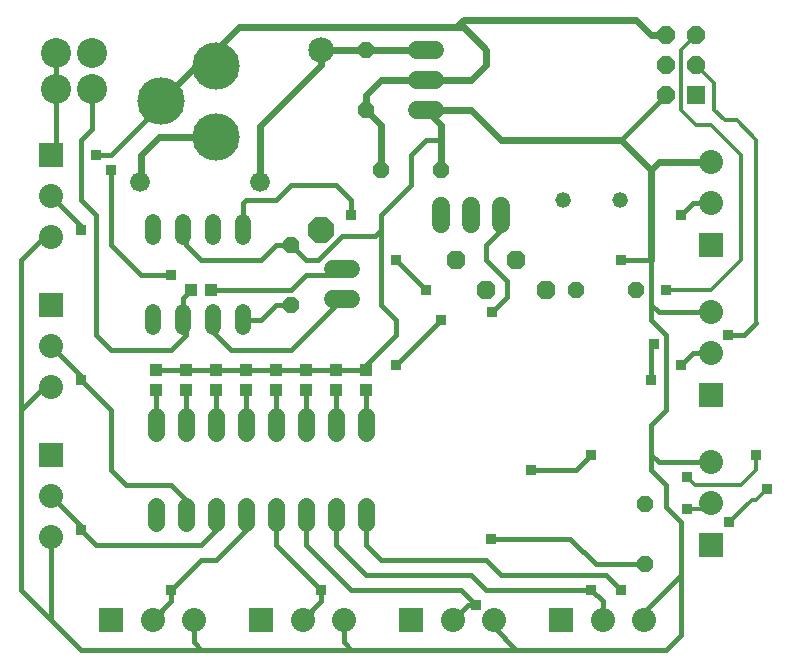
<source format=gbl>
G75*
G70*
%OFA0B0*%
%FSLAX24Y24*%
%IPPOS*%
%LPD*%
%AMOC8*
5,1,8,0,0,1.08239X$1,22.5*
%
%ADD10C,0.0520*%
%ADD11OC8,0.0630*%
%ADD12C,0.0660*%
%ADD13C,0.0520*%
%ADD14C,0.1000*%
%ADD15C,0.0600*%
%ADD16R,0.0600X0.0600*%
%ADD17OC8,0.0600*%
%ADD18C,0.0850*%
%ADD19OC8,0.0850*%
%ADD20OC8,0.0520*%
%ADD21R,0.0800X0.0800*%
%ADD22C,0.0800*%
%ADD23R,0.0433X0.0394*%
%ADD24C,0.0582*%
%ADD25R,0.0394X0.0433*%
%ADD26C,0.1580*%
%ADD27C,0.0160*%
%ADD28C,0.0240*%
%ADD29R,0.0360X0.0360*%
%ADD30C,0.0120*%
D10*
X019893Y016843D03*
X021793Y016843D03*
D11*
X019343Y013843D03*
X018343Y014843D03*
X017343Y013843D03*
X016343Y014843D03*
D12*
X009793Y017443D03*
X005793Y017443D03*
D13*
X006243Y016103D02*
X006243Y015583D01*
X007243Y015583D02*
X007243Y016103D01*
X008243Y016103D02*
X008243Y015583D01*
X009243Y015583D02*
X009243Y016103D01*
X009243Y013103D02*
X009243Y012583D01*
X008243Y012583D02*
X008243Y013103D01*
X007243Y013103D02*
X007243Y012583D01*
X006243Y012583D02*
X006243Y013103D01*
D14*
X004193Y020549D03*
X004193Y021730D03*
X003012Y021730D03*
X003012Y020549D03*
D15*
X012243Y014543D02*
X012843Y014543D01*
X012843Y013543D02*
X012243Y013543D01*
X015843Y016043D02*
X015843Y016643D01*
X016843Y016643D02*
X016843Y016043D01*
X017843Y016043D02*
X017843Y016643D01*
X015643Y019843D02*
X015043Y019843D01*
X015043Y020843D02*
X015643Y020843D01*
X015643Y021843D02*
X015043Y021843D01*
D16*
X024343Y020343D03*
D17*
X023343Y020343D03*
X023343Y021343D03*
X024343Y021343D03*
X024343Y022343D03*
X023343Y022343D03*
D18*
X011843Y021843D03*
D19*
X011843Y015843D03*
D20*
X010843Y015343D03*
X010843Y013343D03*
X013843Y017843D03*
X015843Y017843D03*
X013343Y019843D03*
X013343Y021843D03*
X020343Y013843D03*
X022343Y013843D03*
X022643Y006693D03*
X022643Y004693D03*
D21*
X024843Y005343D03*
X019843Y002843D03*
X014843Y002843D03*
X009843Y002843D03*
X004843Y002843D03*
X002843Y008343D03*
X002843Y013343D03*
X002843Y018343D03*
X024843Y015343D03*
X024843Y010343D03*
D22*
X024843Y011721D03*
X024843Y013099D03*
X024843Y016721D03*
X024843Y018099D03*
X024843Y008099D03*
X024843Y006721D03*
X022599Y002843D03*
X021221Y002843D03*
X017599Y002843D03*
X016221Y002843D03*
X012599Y002843D03*
X011221Y002843D03*
X007599Y002843D03*
X006221Y002843D03*
X002843Y005587D03*
X002843Y006965D03*
X002843Y010587D03*
X002843Y011965D03*
X002843Y015587D03*
X002843Y016965D03*
D23*
X006343Y011177D03*
X006343Y010508D03*
X007343Y010508D03*
X007343Y011177D03*
X008343Y011177D03*
X008343Y010508D03*
X009343Y010508D03*
X009343Y011177D03*
X010343Y011177D03*
X010343Y010508D03*
X011343Y010508D03*
X011343Y011177D03*
X012343Y011177D03*
X012343Y010508D03*
X013343Y010508D03*
X013343Y011177D03*
D24*
X013343Y009634D02*
X013343Y009052D01*
X012343Y009052D02*
X012343Y009634D01*
X011343Y009634D02*
X011343Y009052D01*
X010343Y009052D02*
X010343Y009634D01*
X009343Y009634D02*
X009343Y009052D01*
X008343Y009052D02*
X008343Y009634D01*
X007343Y009634D02*
X007343Y009052D01*
X006343Y009052D02*
X006343Y009634D01*
X006343Y006634D02*
X006343Y006052D01*
X007343Y006052D02*
X007343Y006634D01*
X008343Y006634D02*
X008343Y006052D01*
X009343Y006052D02*
X009343Y006634D01*
X010343Y006634D02*
X010343Y006052D01*
X011343Y006052D02*
X011343Y006634D01*
X012343Y006634D02*
X012343Y006052D01*
X013343Y006052D02*
X013343Y006634D01*
D25*
X008177Y013843D03*
X007508Y013843D03*
D26*
X008343Y018949D03*
X006492Y020130D03*
X008343Y021311D03*
D27*
X001843Y003843D02*
X002843Y002843D01*
X003843Y001843D01*
X007843Y001843D01*
X012843Y001843D01*
X018343Y001843D01*
X023343Y001843D01*
X023843Y002343D01*
X023843Y004343D01*
X023843Y006093D01*
X023343Y006593D01*
X023343Y007343D01*
X022843Y007843D01*
X022843Y008343D01*
X022843Y009343D01*
X023343Y009843D01*
X023343Y012343D01*
X022843Y012843D01*
X022843Y013343D01*
X022843Y014843D01*
X021843Y014843D01*
X022843Y013343D02*
X023087Y013099D01*
X024843Y013099D01*
X025393Y012343D02*
X025943Y012343D01*
X026343Y012743D01*
X024843Y011721D02*
X024221Y011721D01*
X023843Y011343D01*
X022843Y010843D02*
X022843Y011943D01*
X022943Y012043D01*
X022843Y008343D02*
X023087Y008099D01*
X024843Y008099D01*
X020843Y008343D02*
X020343Y007843D01*
X018843Y007843D01*
X020143Y005543D02*
X017493Y005543D01*
X017343Y004843D02*
X017843Y004343D01*
X021343Y004343D01*
X021843Y003843D01*
X021221Y003465D02*
X020843Y003843D01*
X017343Y003843D01*
X016843Y004343D01*
X013343Y004343D01*
X012343Y005343D01*
X012343Y006343D01*
X013343Y006343D02*
X013343Y005343D01*
X013843Y004843D01*
X017343Y004843D01*
X016493Y003843D02*
X016993Y003343D01*
X016721Y003343D01*
X016221Y002843D01*
X016493Y003843D02*
X012843Y003843D01*
X011343Y005343D01*
X011343Y006343D01*
X010343Y006343D02*
X010343Y005343D01*
X011843Y003843D01*
X011843Y003465D01*
X011221Y002843D01*
X012599Y002843D02*
X012599Y002087D01*
X012843Y001843D01*
X009343Y005843D02*
X008343Y004843D01*
X007843Y004843D01*
X006843Y003843D01*
X006843Y003465D01*
X006221Y002843D01*
X007599Y002843D02*
X007599Y002087D01*
X007843Y001843D01*
X007843Y005343D02*
X004343Y005343D01*
X003843Y005843D01*
X003843Y005965D01*
X002843Y006965D01*
X002843Y005587D02*
X002843Y002843D01*
X001843Y003843D02*
X001843Y009843D01*
X001843Y014843D01*
X002587Y015587D01*
X002843Y015587D01*
X003843Y015843D02*
X003843Y015965D01*
X002843Y016965D01*
X003843Y016843D02*
X004343Y016343D01*
X004343Y012343D01*
X004843Y011843D01*
X006843Y011843D01*
X007343Y012343D01*
X007343Y012743D01*
X007243Y012843D01*
X007243Y013577D01*
X007508Y013843D01*
X008177Y013843D02*
X010843Y013843D01*
X011343Y014343D01*
X012343Y014343D01*
X012543Y014543D01*
X011743Y014843D02*
X012543Y015643D01*
X013643Y015643D01*
X013843Y015843D01*
X013843Y013343D01*
X014343Y012843D01*
X014343Y012343D01*
X013177Y011177D01*
X006343Y011177D01*
X007343Y011177D01*
X008343Y011177D01*
X009343Y011177D01*
X010343Y011177D01*
X011343Y011177D01*
X012343Y011177D01*
X013343Y011177D01*
X013343Y010508D02*
X013343Y009343D01*
X012343Y009343D02*
X012343Y010508D01*
X011343Y010508D02*
X011343Y009343D01*
X010343Y009343D02*
X010343Y010508D01*
X009343Y010508D02*
X009343Y009343D01*
X008343Y009343D02*
X008343Y010508D01*
X007343Y010508D02*
X007343Y009343D01*
X006343Y009343D02*
X006343Y010508D01*
X004843Y009843D02*
X003843Y010843D01*
X003843Y010965D01*
X002843Y011965D01*
X002843Y010587D02*
X002587Y010587D01*
X001843Y009843D01*
X004843Y009843D02*
X004843Y007843D01*
X005343Y007343D01*
X006843Y007343D01*
X007343Y006843D01*
X007343Y006343D01*
X008343Y006343D02*
X008343Y005843D01*
X007843Y005343D01*
X009343Y005843D02*
X009343Y006343D01*
X014343Y011343D02*
X015843Y012843D01*
X015343Y013843D02*
X014343Y014843D01*
X013843Y015843D02*
X013843Y016343D01*
X014843Y017343D01*
X014843Y018343D01*
X015343Y018843D01*
X015843Y018843D01*
X017843Y016343D02*
X017843Y015843D01*
X017343Y015343D01*
X017343Y014843D01*
X018043Y014143D01*
X018043Y013593D01*
X017543Y013093D01*
X012843Y016343D02*
X012843Y016843D01*
X012343Y017343D01*
X010843Y017343D01*
X010343Y016843D01*
X009343Y016843D01*
X009243Y016743D01*
X009243Y015843D01*
X009843Y014843D02*
X007843Y014843D01*
X007343Y015343D01*
X007343Y015743D01*
X007243Y015843D01*
X006843Y014343D02*
X005843Y014343D01*
X004843Y015343D01*
X004843Y017843D01*
X004843Y018343D02*
X004343Y018343D01*
X004643Y018343D01*
X004843Y018343D02*
X006343Y019843D01*
X004193Y019193D02*
X003843Y018843D01*
X003843Y016843D01*
X002843Y018343D02*
X003012Y018512D01*
X003012Y020549D01*
X003012Y021730D01*
X004193Y020549D02*
X004193Y019193D01*
X009843Y014843D02*
X010343Y015343D01*
X010843Y015343D01*
X011343Y014843D01*
X011743Y014843D01*
X012543Y013543D02*
X010843Y011843D01*
X008843Y011843D01*
X008243Y012443D01*
X008243Y012843D01*
X009243Y012843D02*
X009843Y012843D01*
X010343Y013343D01*
X010843Y013343D01*
X020143Y005543D02*
X020993Y004693D01*
X022643Y004693D01*
X023843Y004343D02*
X022599Y003099D01*
X022599Y002843D01*
X021221Y002843D02*
X021221Y003465D01*
X018343Y001843D02*
X017599Y002587D01*
X017599Y002843D01*
X023843Y016343D02*
X024221Y016721D01*
X024843Y016721D01*
X021843Y018843D02*
X023343Y020343D01*
D28*
X021843Y018843D02*
X022843Y017843D01*
X023099Y018099D01*
X024843Y018099D01*
X022843Y017843D02*
X022843Y014843D01*
X021843Y018843D02*
X017843Y018843D01*
X016843Y019843D01*
X015343Y019843D01*
X015843Y019343D01*
X015843Y018843D01*
X015843Y017843D01*
X013843Y017843D02*
X013843Y019343D01*
X013343Y019843D01*
X013343Y020343D01*
X013843Y020843D01*
X015343Y020843D01*
X016843Y020843D01*
X017343Y021343D01*
X017343Y021843D01*
X016593Y022593D01*
X016343Y022593D01*
X016593Y022843D01*
X022343Y022843D01*
X022843Y022343D01*
X023343Y022343D01*
X016343Y022593D02*
X009093Y022593D01*
X008343Y021843D01*
X008343Y021311D02*
X007673Y021311D01*
X006492Y020130D01*
X006449Y018949D02*
X005843Y018343D01*
X005843Y017393D01*
X005793Y017443D01*
X006449Y018949D02*
X008343Y018949D01*
X009793Y019293D02*
X011843Y021343D01*
X011843Y021843D01*
X013343Y021843D01*
X015343Y021843D01*
X009793Y019293D02*
X009793Y017443D01*
D29*
X012843Y016343D03*
X014343Y014843D03*
X015343Y013843D03*
X015843Y012843D03*
X017543Y013093D03*
X014343Y011343D03*
X018843Y007843D03*
X020843Y008343D03*
X022843Y010843D03*
X023843Y011343D03*
X022943Y012043D03*
X023343Y013843D03*
X021843Y014843D03*
X023843Y016343D03*
X025393Y012343D03*
X026343Y008343D03*
X026693Y007193D03*
X025443Y006093D03*
X024043Y006543D03*
X024043Y007593D03*
X021843Y003843D03*
X020843Y003843D03*
X017493Y005543D03*
X016993Y003343D03*
X011843Y003843D03*
X006843Y003843D03*
X003843Y005843D03*
X003843Y010843D03*
X006843Y014343D03*
X003843Y015843D03*
X004843Y017843D03*
X004343Y018343D03*
D30*
X023343Y013843D02*
X024843Y013843D01*
X025843Y014843D01*
X025843Y018343D01*
X024843Y019343D01*
X024343Y019343D01*
X023843Y019843D01*
X023843Y021843D01*
X024343Y022343D01*
X024343Y021343D02*
X024943Y020743D01*
X024943Y019843D01*
X025293Y019493D01*
X025693Y019493D01*
X026343Y018843D01*
X026343Y012743D01*
X026343Y008343D02*
X026343Y007843D01*
X025843Y007343D01*
X024293Y007343D01*
X024043Y007593D01*
X024843Y006721D02*
X024665Y006543D01*
X024043Y006543D01*
X025443Y006093D02*
X026193Y006843D01*
X026343Y006843D01*
X026693Y007193D01*
M02*

</source>
